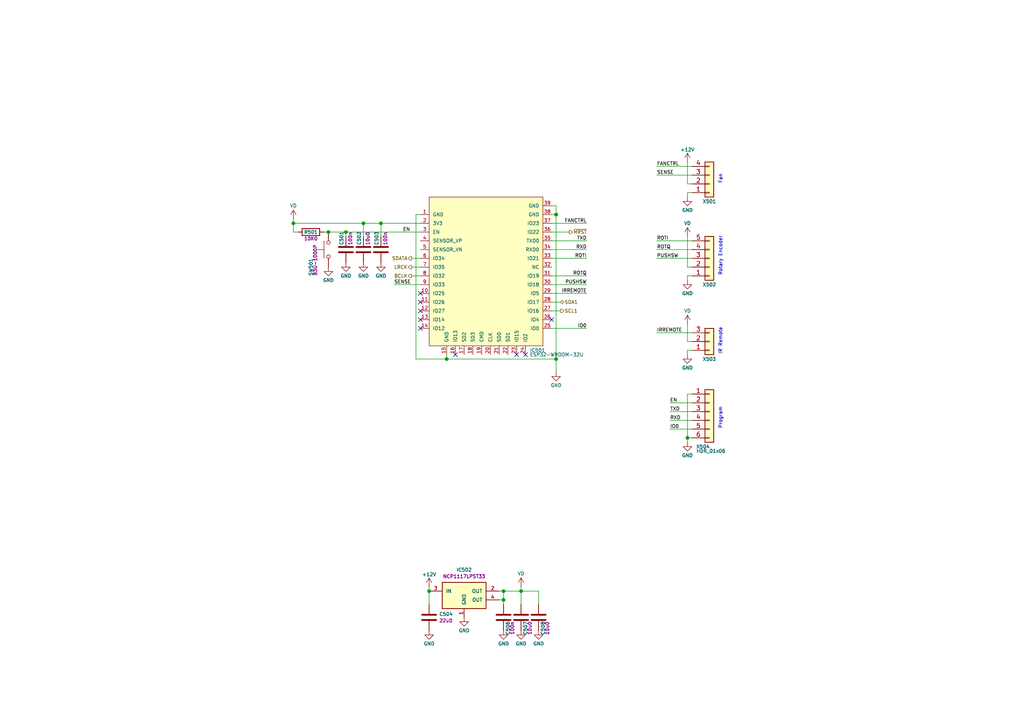
<source format=kicad_sch>
(kicad_sch (version 20211123) (generator eeschema)
  (paper "A4")
  (title_block (title "freeDSP Aurora") (date "24.7.2018") (rev "1.0.0") (company "auverdion"))
  (lib_symbols
    (symbol "Connector_Generic:Conn_01x06" (pin_names (offset 1.016) hide)
      (property "Reference" "J" (at 0 7.62 0))
      (property "Value" "Conn_01x06" (at 0 -10.16 0))
      (symbol "Conn_01x06_1_1"
        (rectangle (start -1.27 -7.493) (end 0 -7.747) (stroke (width 0.1524)))
        (rectangle (start -1.27 -4.953) (end 0 -5.207) (stroke (width 0.1524)))
        (rectangle (start -1.27 -2.413) (end 0 -2.667) (stroke (width 0.1524)))
        (rectangle (start -1.27 0.127) (end 0 -0.127) (stroke (width 0.1524)))
        (rectangle (start -1.27 2.667) (end 0 2.413) (stroke (width 0.1524)))
        (rectangle (start -1.27 5.207) (end 0 4.953) (stroke (width 0.1524)))
        (rectangle (start -1.27 6.35) (end 1.27 -8.89) (stroke (width 0.254)) (fill (type background)))
        (pin passive line (at -5.08 5.08 0) (length 3.81) (name "Pin_1") (number "1"))
        (pin passive line (at -5.08 2.54 0) (length 3.81) (name "Pin_2") (number "2"))
        (pin passive line (at -5.08 0 0) (length 3.81) (name "Pin_3") (number "3"))
        (pin passive line (at -5.08 -2.54 0) (length 3.81) (name "Pin_4") (number "4"))
        (pin passive line (at -5.08 -5.08 0) (length 3.81) (name "Pin_5") (number "5"))
        (pin passive line (at -5.08 -7.62 0) (length 3.81) (name "Pin_6") (number "6"))
      )
    )
    (symbol "Switch:SW_Push" (pin_numbers hide) (pin_names (offset 1.016) hide)
      (property "Reference" "SW" (at 1.27 2.54 0))
      (property "Value" "SW_Push" (at 0 -1.524 0))
      (symbol "SW_Push_0_1"
        (circle (center -2.032 0) (radius 0.508))
        (polyline (pts (xy 0 1.27) (xy 0 3.048)))
        (polyline (pts (xy 2.54 1.27) (xy -2.54 1.27)))
        (circle (center 2.032 0) (radius 0.508))
        (pin passive line (at -5.08 0 0) (length 2.54) (name "1") (number "1"))
        (pin passive line (at 5.08 0 180) (length 2.54) (name "2") (number "2"))
      )
    )
    (symbol "freeDSP-aurora-rescue:+12V" (power) (pin_names (offset 0))
      (property "Value" "+12V" (at 0 3.556 0))
      (symbol "+12V_0_1"
        (polyline (pts (xy -0.762 1.27) (xy 0 2.54)))
        (polyline (pts (xy 0 0) (xy 0 2.54)))
        (polyline (pts (xy 0 2.54) (xy 0.762 1.27)))
      )
      (symbol "+12V_1_1"
        (pin power_in line (at 0 0 90) (length 0) hide (name "+12V") (number "1"))
      )
    )
    (symbol "freeDSP-aurora-rescue:CAP_100n_50V_X7R_0805" (pin_numbers hide) (pin_names (offset 0.254))
      (property "Reference" "C" (at 1.27 1.27 0))
      (property "Value1" "100n" (at 1.27 -1.27 0))
      (symbol "CAP_100n_50V_X7R_0805_0_1"
        (polyline (pts (xy -0.762 -2.032) (xy -0.762 2.032)) (stroke (width 0.508)))
        (polyline (pts (xy 0.762 -2.032) (xy 0.762 2.032)) (stroke (width 0.508)))
      )
      (symbol "CAP_100n_50V_X7R_0805_1_1"
        (pin passive line (at -3.81 0 0) (length 2.794) (name "~") (number "1"))
        (pin passive line (at 3.81 0 180) (length 2.794) (name "~") (number "2"))
      )
    )
    (symbol "freeDSP-aurora-rescue:CAP_100n_50V_X7R_0805-rk" (pin_numbers hide) (pin_names (offset 0.254))
      (property "Reference" "C" (at 1.27 1.27 0))
      (property "Value1" "100n" (at 1.27 -1.27 0))
      (symbol "CAP_100n_50V_X7R_0805-rk_0_1"
        (polyline (pts (xy -0.762 -2.032) (xy -0.762 2.032)) (stroke (width 0.508)))
        (polyline (pts (xy 0.762 -2.032) (xy 0.762 2.032)) (stroke (width 0.508)))
      )
      (symbol "CAP_100n_50V_X7R_0805-rk_1_1"
        (pin passive line (at -3.81 0 0) (length 2.794) (name "~") (number "1"))
        (pin passive line (at 3.81 0 180) (length 2.794) (name "~") (number "2"))
      )
    )
    (symbol "freeDSP-aurora-rescue:CAP_10u0_25V_X5R_0805" (pin_numbers hide) (pin_names (offset 0.254))
      (property "Reference" "C" (at 1.27 1.27 0))
      (property "Value1" "10u0" (at 1.27 -1.27 0))
      (symbol "CAP_10u0_25V_X5R_0805_0_1"
        (polyline (pts (xy -0.762 -2.032) (xy -0.762 2.032)) (stroke (width 0.508)))
        (polyline (pts (xy 0.762 -2.032) (xy 0.762 2.032)) (stroke (width 0.508)))
      )
      (symbol "CAP_10u0_25V_X5R_0805_1_1"
        (pin passive line (at -3.81 0 0) (length 2.794) (name "~") (number "1"))
        (pin passive line (at 3.81 0 180) (length 2.794) (name "~") (number "2"))
      )
    )
    (symbol "freeDSP-aurora-rescue:CAP_10u0_25V_X5R_0805-rk" (pin_numbers hide) (pin_names (offset 0.254))
      (property "Reference" "C" (at 1.27 1.27 0))
      (property "Value1" "10u0" (at 1.27 -1.27 0))
      (symbol "CAP_10u0_25V_X5R_0805-rk_0_1"
        (polyline (pts (xy -0.762 -2.032) (xy -0.762 2.032)) (stroke (width 0.508)))
        (polyline (pts (xy 0.762 -2.032) (xy 0.762 2.032)) (stroke (width 0.508)))
      )
      (symbol "CAP_10u0_25V_X5R_0805-rk_1_1"
        (pin passive line (at -3.81 0 0) (length 2.794) (name "~") (number "1"))
        (pin passive line (at 3.81 0 180) (length 2.794) (name "~") (number "2"))
      )
    )
    (symbol "freeDSP-aurora-rescue:CAP_22u0_10V_X5R_0805-rk" (pin_numbers hide) (pin_names (offset 0.254))
      (property "Reference" "C" (at 1.27 1.27 0))
      (property "Value1" "22u0" (at 1.27 -1.27 0))
      (symbol "CAP_22u0_10V_X5R_0805-rk_0_1"
        (polyline (pts (xy -0.762 -2.032) (xy -0.762 2.032)) (stroke (width 0.508)))
        (polyline (pts (xy 0.762 -2.032) (xy 0.762 2.032)) (stroke (width 0.508)))
      )
      (symbol "CAP_22u0_10V_X5R_0805-rk_1_1"
        (pin passive line (at -3.81 0 0) (length 2.794) (name "~") (number "1"))
        (pin passive line (at 3.81 0 180) (length 2.794) (name "~") (number "2"))
      )
    )
    (symbol "freeDSP-aurora-rescue:Conn_01x03" (pin_names (offset 1.016) hide)
      (property "Reference" "J" (at 0 5.08 0))
      (property "Value" "Conn_01x03" (at 0 -5.08 0))
      (symbol "Conn_01x03_1_1"
        (rectangle (start -1.27 -2.413) (end 0 -2.667) (stroke (width 0.1524)))
        (rectangle (start -1.27 0.127) (end 0 -0.127) (stroke (width 0.1524)))
        (rectangle (start -1.27 2.667) (end 0 2.413) (stroke (width 0.1524)))
        (rectangle (start -1.27 3.81) (end 1.27 -3.81) (stroke (width 0.254)) (fill (type background)))
        (pin passive line (at -5.08 2.54 0) (length 3.81) (name "Pin_1") (number "1"))
        (pin passive line (at -5.08 0 0) (length 3.81) (name "Pin_2") (number "2"))
        (pin passive line (at -5.08 -2.54 0) (length 3.81) (name "Pin_3") (number "3"))
      )
    )
    (symbol "freeDSP-aurora-rescue:Conn_01x04" (pin_names (offset 1.016) hide)
      (property "Reference" "J" (at 0 5.08 0))
      (property "Value" "Conn_01x04" (at 0 -7.62 0))
      (symbol "Conn_01x04_1_1"
        (rectangle (start -1.27 -4.953) (end 0 -5.207) (stroke (width 0.1524)))
        (rectangle (start -1.27 -2.413) (end 0 -2.667) (stroke (width 0.1524)))
        (rectangle (start -1.27 0.127) (end 0 -0.127) (stroke (width 0.1524)))
        (rectangle (start -1.27 2.667) (end 0 2.413) (stroke (width 0.1524)))
        (rectangle (start -1.27 3.81) (end 1.27 -6.35) (stroke (width 0.254)) (fill (type background)))
        (pin passive line (at -5.08 2.54 0) (length 3.81) (name "Pin_1") (number "1"))
        (pin passive line (at -5.08 0 0) (length 3.81) (name "Pin_2") (number "2"))
        (pin passive line (at -5.08 -2.54 0) (length 3.81) (name "Pin_3") (number "3"))
        (pin passive line (at -5.08 -5.08 0) (length 3.81) (name "Pin_4") (number "4"))
      )
    )
    (symbol "freeDSP-aurora-rescue:Conn_01x05" (pin_names (offset 1.016) hide)
      (property "Reference" "J" (at 0 7.62 0))
      (property "Value" "Conn_01x05" (at 0 -7.62 0))
      (symbol "Conn_01x05_1_1"
        (rectangle (start -1.27 -4.953) (end 0 -5.207) (stroke (width 0.1524)))
        (rectangle (start -1.27 -2.413) (end 0 -2.667) (stroke (width 0.1524)))
        (rectangle (start -1.27 0.127) (end 0 -0.127) (stroke (width 0.1524)))
        (rectangle (start -1.27 2.667) (end 0 2.413) (stroke (width 0.1524)))
        (rectangle (start -1.27 5.207) (end 0 4.953) (stroke (width 0.1524)))
        (rectangle (start -1.27 6.35) (end 1.27 -6.35) (stroke (width 0.254)) (fill (type background)))
        (pin passive line (at -5.08 5.08 0) (length 3.81) (name "Pin_1") (number "1"))
        (pin passive line (at -5.08 2.54 0) (length 3.81) (name "Pin_2") (number "2"))
        (pin passive line (at -5.08 0 0) (length 3.81) (name "Pin_3") (number "3"))
        (pin passive line (at -5.08 -2.54 0) (length 3.81) (name "Pin_4") (number "4"))
        (pin passive line (at -5.08 -5.08 0) (length 3.81) (name "Pin_5") (number "5"))
      )
    )
    (symbol "freeDSP-aurora-rescue:ESP32-WROOM-32U" (pin_names (offset 1.016))
      (property "Reference" "IC" (at 11.43 -24.13 0))
      (property "Value" "ESP32-WROOM-32U" (at 11.43 -25.4 0))
      (symbol "ESP32-WROOM-32U_0_1"
        (rectangle (start -17.78 -22.86) (end 15.24 20.32) (fill (type background)))
      )
      (symbol "ESP32-WROOM-32U_1_1"
        (pin input line (at -20.32 15.24 0) (length 2.54) (name "GND") (number "1"))
        (pin input line (at -20.32 -7.62 0) (length 2.54) (name "IO25") (number "10"))
        (pin input line (at -20.32 -10.16 0) (length 2.54) (name "IO26") (number "11"))
        (pin input line (at -20.32 -12.7 0) (length 2.54) (name "IO27") (number "12"))
        (pin input line (at -20.32 -15.24 0) (length 2.54) (name "IO14") (number "13"))
        (pin input line (at -20.32 -17.78 0) (length 2.54) (name "IO12") (number "14"))
        (pin input line (at -12.7 -25.4 90) (length 2.54) (name "GND") (number "15"))
        (pin input line (at -10.16 -25.4 90) (length 2.54) (name "IO13") (number "16"))
        (pin input line (at -7.62 -25.4 90) (length 2.54) (name "SD2") (number "17"))
        (pin input line (at -5.08 -25.4 90) (length 2.54) (name "SD3") (number "18"))
        (pin input line (at -2.54 -25.4 90) (length 2.54) (name "CMD") (number "19"))
        (pin input line (at -20.32 12.7 0) (length 2.54) (name "3V3") (number "2"))
        (pin input line (at 0 -25.4 90) (length 2.54) (name "CLK") (number "20"))
        (pin input line (at 2.54 -25.4 90) (length 2.54) (name "SD0") (number "21"))
        (pin input line (at 5.08 -25.4 90) (length 2.54) (name "SD1") (number "22"))
        (pin input line (at 7.62 -25.4 90) (length 2.54) (name "IO15") (number "23"))
        (pin input line (at 10.16 -25.4 90) (length 2.54) (name "IO2") (number "24"))
        (pin input line (at 17.78 -17.78 180) (length 2.54) (name "IO0") (number "25"))
        (pin input line (at 17.78 -15.24 180) (length 2.54) (name "IO4") (number "26"))
        (pin input line (at 17.78 -12.7 180) (length 2.54) (name "IO16") (number "27"))
        (pin input line (at 17.78 -10.16 180) (length 2.54) (name "IO17") (number "28"))
        (pin input line (at 17.78 -7.62 180) (length 2.54) (name "IO5") (number "29"))
        (pin input line (at -20.32 10.16 0) (length 2.54) (name "EN") (number "3"))
        (pin input line (at 17.78 -5.08 180) (length 2.54) (name "IO18") (number "30"))
        (pin input line (at 17.78 -2.54 180) (length 2.54) (name "IO19") (number "31"))
        (pin input line (at 17.78 0 180) (length 2.54) (name "NC") (number "32"))
        (pin input line (at 17.78 2.54 180) (length 2.54) (name "IO21") (number "33"))
        (pin input line (at 17.78 5.08 180) (length 2.54) (name "RXD0") (number "34"))
        (pin input line (at 17.78 7.62 180) (length 2.54) (name "TXD0") (number "35"))
        (pin input line (at 17.78 10.16 180) (length 2.54) (name "IO22") (number "36"))
        (pin input line (at 17.78 12.7 180) (length 2.54) (name "IO23") (number "37"))
        (pin input line (at 17.78 15.24 180) (length 2.54) (name "GND") (number "38"))
        (pin input line (at 17.78 17.78 180) (length 2.54) (name "GND") (number "39"))
        (pin input line (at -20.32 7.62 0) (length 2.54) (name "SENSOR_VP") (number "4"))
        (pin input line (at -20.32 5.08 0) (length 2.54) (name "SENSOR_VN") (number "5"))
        (pin input line (at -20.32 2.54 0) (length 2.54) (name "IO34") (number "6"))
        (pin input line (at -20.32 0 0) (length 2.54) (name "IO35") (number "7"))
        (pin input line (at -20.32 -2.54 0) (length 2.54) (name "IO32") (number "8"))
        (pin input line (at -20.32 -5.08 0) (length 2.54) (name "IO33") (number "9"))
      )
    )
    (symbol "freeDSP-aurora-rescue:GND" (power) (pin_names (offset 0))
      (property "Value" "GND" (at 0 -3.81 0))
      (symbol "GND_0_1"
        (polyline (pts (xy 0 0) (xy 0 -1.27) (xy 1.27 -1.27) (xy 0 -2.54) (xy -1.27 -1.27) (xy 0 -1.27)))
      )
      (symbol "GND_1_1"
        (pin power_in line (at 0 0 270) (length 0) hide (name "GND") (number "1"))
      )
    )
    (symbol "freeDSP-aurora-rescue:IC_NCP1117LPST33-rk" (pin_names (offset 1.016))
      (property "Reference" "IC" (at -5.08 6.35 0))
      (property "Value1" "NCP1117LPST33" (at -6.35 5.08 0))
      (symbol "IC_NCP1117LPST33-rk_0_1"
        (rectangle (start -6.35 3.81) (end 6.35 -3.81) (stroke (width 0.254)) (fill (type background)))
      )
      (symbol "IC_NCP1117LPST33-rk_1_1"
        (pin input line (at 0 -6.35 90) (length 2.54) (name "GND") (number "1"))
        (pin power_out line (at 10.16 1.27 180) (length 3.81) (name "OUT") (number "2"))
        (pin input line (at -10.16 1.27 0) (length 3.81) (name "IN") (number "3"))
        (pin passive line (at 10.16 -1.27 180) (length 3.81) (name "OUT") (number "4"))
      )
    )
    (symbol "freeDSP-aurora-rescue:RES_10K0_1%_0.125W_Thick_0805" (pin_numbers hide) (pin_names (offset 0))
      (property "Reference" "R" (at 0 0 0))
      (property "Value1" "10K0" (at 0 -1.905 0))
      (symbol "RES_10K0_1%_0.125W_Thick_0805_0_1"
        (rectangle (start 2.54 -1.016) (end -2.54 1.016) (stroke (width 0.254)))
      )
      (symbol "RES_10K0_1%_0.125W_Thick_0805_1_1"
        (pin passive line (at -3.81 0 0) (length 1.27) (name "~") (number "1"))
        (pin passive line (at 3.81 0 180) (length 1.27) (name "~") (number "2"))
      )
    )
    (symbol "power:VD" (power) (pin_names (offset 0))
      (property "Value" "VD" (at 0 3.81 0))
      (symbol "VD_0_1"
        (polyline (pts (xy -0.762 1.27) (xy 0 2.54)))
        (polyline (pts (xy 0 0) (xy 0 2.54)))
        (polyline (pts (xy 0 2.54) (xy 0.762 1.27)))
      )
      (symbol "VD_1_1"
        (pin power_in line (at 0 0 90) (length 0) hide (name "VD") (number "1"))
      )
    )
  )
  (junction (at 110.49 64.77))
  (junction (at 199.39 127))
  (junction (at 105.41 64.77))
  (junction (at 124.46 171.45))
  (junction (at 161.29 62.23))
  (junction (at 100.33 67.31))
  (junction (at 161.29 104.14))
  (junction (at 95.25 67.31))
  (junction (at 146.05 171.45))
  (junction (at 85.09 64.77))
  (junction (at 146.05 173.99))
  (junction (at 151.13 171.45))
  (junction (at 129.54 104.14))
  (no_connect (at 121.92 92.71))
  (no_connect (at 121.92 87.63))
  (no_connect (at 160.02 92.71))
  (no_connect (at 132.08 102.87))
  (no_connect (at 121.92 95.25))
  (no_connect (at 121.92 90.17))
  (no_connect (at 152.4 102.87))
  (no_connect (at 121.92 85.09))
  (no_connect (at 149.86 102.87))
  (wire (pts (xy 146.05 171.45) (xy 146.05 173.99)))
  (wire (pts (xy 160.02 82.55) (xy 170.18 82.55)))
  (wire (pts (xy 200.66 80.01) (xy 199.39 80.01)))
  (wire (pts (xy 160.02 64.77) (xy 170.18 64.77)))
  (wire (pts (xy 120.65 62.23) (xy 121.92 62.23)))
  (wire (pts (xy 200.66 119.38) (xy 194.31 119.38)))
  (wire (pts (xy 144.78 173.99) (xy 146.05 173.99)))
  (wire (pts (xy 124.46 171.45) (xy 124.46 175.26)))
  (wire (pts (xy 199.39 77.47) (xy 199.39 68.58)))
  (wire (pts (xy 100.33 67.31) (xy 121.92 67.31)))
  (wire (pts (xy 85.09 67.31) (xy 86.36 67.31)))
  (wire (pts (xy 151.13 171.45) (xy 156.21 171.45)))
  (wire (pts (xy 160.02 87.63) (xy 162.56 87.63)))
  (wire (pts (xy 119.38 74.93) (xy 121.92 74.93)))
  (wire (pts (xy 199.39 99.06) (xy 199.39 93.98)))
  (wire (pts (xy 160.02 72.39) (xy 170.18 72.39)))
  (wire (pts (xy 100.33 67.31) (xy 100.33 68.58)))
  (wire (pts (xy 120.65 104.14) (xy 120.65 62.23)))
  (wire (pts (xy 161.29 59.69) (xy 161.29 62.23)))
  (wire (pts (xy 151.13 171.45) (xy 151.13 175.26)))
  (wire (pts (xy 161.29 59.69) (xy 160.02 59.69)))
  (wire (pts (xy 200.66 121.92) (xy 194.31 121.92)))
  (wire (pts (xy 95.25 67.31) (xy 100.33 67.31)))
  (wire (pts (xy 119.38 77.47) (xy 121.92 77.47)))
  (wire (pts (xy 95.25 67.31) (xy 93.98 67.31)))
  (wire (pts (xy 105.41 64.77) (xy 110.49 64.77)))
  (wire (pts (xy 85.09 64.77) (xy 85.09 67.31)))
  (wire (pts (xy 200.66 101.6) (xy 199.39 101.6)))
  (wire (pts (xy 200.66 96.52) (xy 190.5 96.52)))
  (wire (pts (xy 200.66 124.46) (xy 194.31 124.46)))
  (wire (pts (xy 129.54 102.87) (xy 129.54 104.14)))
  (wire (pts (xy 146.05 173.99) (xy 146.05 175.26)))
  (wire (pts (xy 156.21 171.45) (xy 156.21 175.26)))
  (wire (pts (xy 161.29 104.14) (xy 129.54 104.14)))
  (wire (pts (xy 146.05 171.45) (xy 151.13 171.45)))
  (wire (pts (xy 199.39 114.3) (xy 199.39 127)))
  (wire (pts (xy 200.66 99.06) (xy 199.39 99.06)))
  (wire (pts (xy 200.66 116.84) (xy 194.31 116.84)))
  (wire (pts (xy 160.02 69.85) (xy 170.18 69.85)))
  (wire (pts (xy 199.39 80.01) (xy 199.39 81.28)))
  (wire (pts (xy 160.02 90.17) (xy 162.56 90.17)))
  (wire (pts (xy 200.66 74.93) (xy 190.5 74.93)))
  (wire (pts (xy 199.39 101.6) (xy 199.39 102.87)))
  (wire (pts (xy 105.41 64.77) (xy 105.41 68.58)))
  (wire (pts (xy 200.66 48.26) (xy 190.5 48.26)))
  (wire (pts (xy 200.66 72.39) (xy 190.5 72.39)))
  (wire (pts (xy 161.29 104.14) (xy 161.29 107.95)))
  (wire (pts (xy 121.92 82.55) (xy 114.3 82.55)))
  (wire (pts (xy 199.39 127) (xy 199.39 128.27)))
  (wire (pts (xy 161.29 62.23) (xy 161.29 104.14)))
  (wire (pts (xy 110.49 64.77) (xy 121.92 64.77)))
  (wire (pts (xy 161.29 62.23) (xy 160.02 62.23)))
  (wire (pts (xy 110.49 64.77) (xy 110.49 68.58)))
  (wire (pts (xy 119.38 80.01) (xy 121.92 80.01)))
  (wire (pts (xy 200.66 69.85) (xy 190.5 69.85)))
  (wire (pts (xy 200.66 50.8) (xy 190.5 50.8)))
  (wire (pts (xy 200.66 77.47) (xy 199.39 77.47)))
  (wire (pts (xy 200.66 114.3) (xy 199.39 114.3)))
  (wire (pts (xy 85.09 64.77) (xy 105.41 64.77)))
  (wire (pts (xy 85.09 63.5) (xy 85.09 64.77)))
  (wire (pts (xy 129.54 104.14) (xy 120.65 104.14)))
  (wire (pts (xy 199.39 55.88) (xy 199.39 57.15)))
  (wire (pts (xy 200.66 55.88) (xy 199.39 55.88)))
  (wire (pts (xy 160.02 85.09) (xy 170.18 85.09)))
  (wire (pts (xy 151.13 170.18) (xy 151.13 171.45)))
  (wire (pts (xy 160.02 67.31) (xy 165.1 67.31)))
  (wire (pts (xy 144.78 171.45) (xy 146.05 171.45)))
  (wire (pts (xy 199.39 53.34) (xy 199.39 46.99)))
  (wire (pts (xy 124.46 170.18) (xy 124.46 171.45)))
  (wire (pts (xy 160.02 80.01) (xy 170.18 80.01)))
  (wire (pts (xy 200.66 127) (xy 199.39 127)))
  (wire (pts (xy 160.02 95.25) (xy 170.18 95.25)))
  (wire (pts (xy 160.02 74.93) (xy 170.18 74.93)))
  (wire (pts (xy 200.66 53.34) (xy 199.39 53.34)))
  (text "Fan" (at 209.55 53.34 90) (effects (font (size 0.9906 0.9906)) (justify left bottom)))
  (text "Rotary Encoder" (at 209.55 80.01 90) (effects (font (size 0.9906 0.9906)) (justify left bottom)))
  (text "Program" (at 209.55 124.46 90) (effects (font (size 0.9906 0.9906)) (justify left bottom)))
  (text "IR Remote" (at 209.55 102.87 90) (effects (font (size 0.9906 0.9906)) (justify left bottom)))
  (label "EN" (at 116.84 67.31 0) (effects (font (size 0.9906 0.9906))))
  (label "EN" (at 194.31 116.84 0) (effects (font (size 0.9906 0.9906))))
  (label "TXD" (at 194.31 119.38 0) (effects (font (size 0.9906 0.9906))))
  (label "FANCTRL" (at 170.18 64.77 180) (effects (font (size 0.9906 0.9906))))
  (label "FANCTRL" (at 190.5 48.26 0) (effects (font (size 0.9906 0.9906))))
  (label "PUSHSW" (at 190.5 74.93 0) (effects (font (size 0.9906 0.9906))))
  (label "ROTI" (at 190.5 69.85 0) (effects (font (size 0.9906 0.9906))))
  (label "SENSE" (at 190.5 50.8 0) (effects (font (size 0.9906 0.9906))))
  (label "IO0" (at 170.18 95.25 180) (effects (font (size 0.9906 0.9906))))
  (label "RXD" (at 170.18 72.39 180) (effects (font (size 0.9906 0.9906))))
  (label "IRREMOTE" (at 190.5 96.52 0) (effects (font (size 0.9906 0.9906))))
  (label "TXD" (at 170.18 69.85 180) (effects (font (size 0.9906 0.9906))))
  (label "PUSHSW" (at 170.18 82.55 180) (effects (font (size 0.9906 0.9906))))
  (label "ROTI" (at 170.18 74.93 180) (effects (font (size 0.9906 0.9906))))
  (label "IO0" (at 194.31 124.46 0) (effects (font (size 0.9906 0.9906))))
  (label "ROTQ" (at 190.5 72.39 0) (effects (font (size 0.9906 0.9906))))
  (label "RXD" (at 194.31 121.92 0) (effects (font (size 0.9906 0.9906))))
  (label "IRREMOTE" (at 170.18 85.09 180) (effects (font (size 0.9906 0.9906))))
  (label "ROTQ" (at 170.18 80.01 180) (effects (font (size 0.9906 0.9906))))
  (label "SENSE" (at 114.3 82.55 0) (effects (font (size 0.9906 0.9906))))
  (hierarchical_label "LRCK" (shape output) (at 119.38 77.47 180) (effects (font (size 0.9906 0.9906))))
  (hierarchical_label "SDATA" (shape output) (at 119.38 74.93 180) (effects (font (size 0.9906 0.9906))))
  (hierarchical_label "SCL1" (shape output) (at 162.56 90.17 0) (effects (font (size 0.9906 0.9906))))
  (hierarchical_label "BCLK" (shape output) (at 119.38 80.01 180) (effects (font (size 0.9906 0.9906))))
  (hierarchical_label "~{MRST}" (shape output) (at 165.1 67.31 0) (effects (font (size 0.9906 0.9906))))
  (hierarchical_label "SDA1" (shape bidirectional) (at 162.56 87.63 0) (effects (font (size 0.9906 0.9906))))
  (symbol (lib_id "freeDSP-aurora-rescue:Conn_01x04") (at 205.74 53.34 0) (mirror x) (unit 1)
    (property "Reference" "X501" (at 205.74 58.42 0) (effects (font (size 0.9906 0.9906))))
    (property "Value" "Conn_01x04" (effects hide))
    (property "Footprint" "Connector_PinSocket_2.54mm:PinSocket_1x04_P2.54mm_Vertical" (effects hide))
    (property "Value1" "KK254-01x04" (effects hide))
    (property "Value2" "-" (effects hide))
    (property "digikey" "WM4202-ND" (effects hide))
    (property "Manufacturer" "Molex, LLC" (effects hide))
    (property "pn" "0022232041" (effects hide))
  )
  (symbol (lib_id "freeDSP-aurora-rescue:GND") (at 199.39 57.15 0) (unit 1)
    (property "Reference" "#PWR0294" (effects hide))
    (property "Value" "GND" (at 199.39 60.96 0) (effects (font (size 0.9906 0.9906))))
  )
  (symbol (lib_id "freeDSP-aurora-rescue:+12V") (at 199.39 46.99 0) (unit 1)
    (property "Reference" "#PWR0295" (effects hide))
    (property "Value" "+12V" (at 199.39 43.434 0) (effects (font (size 0.9906 0.9906))))
  )
  (symbol (lib_id "freeDSP-aurora-rescue:Conn_01x05") (at 205.74 74.93 0) (mirror x) (unit 1)
    (property "Reference" "X502" (at 205.74 82.55 0) (effects (font (size 0.9906 0.9906))))
    (property "Value" "Conn_01x05" (effects hide))
    (property "Footprint" "Connector_PinSocket_2.54mm:PinSocket_1x05_P2.54mm_Vertical" (effects hide))
    (property "Value1" "PB-01x05" (effects hide))
    (property "Value2" "-" (effects hide))
    (property "digikey" "WM1734-ND" (effects hide))
    (property "Manufacturer" "Molex, LLC" (effects hide))
    (property "pn" "0530470510" (effects hide))
  )
  (symbol (lib_id "freeDSP-aurora-rescue:GND") (at 199.39 81.28 0) (unit 1)
    (property "Reference" "#PWR0296" (effects hide))
    (property "Value" "GND" (at 199.39 85.09 0) (effects (font (size 0.9906 0.9906))))
  )
  (symbol (lib_id "freeDSP-aurora-rescue:GND") (at 199.39 102.87 0) (unit 1)
    (property "Reference" "#PWR0297" (effects hide))
    (property "Value" "GND" (at 199.39 106.68 0) (effects (font (size 0.9906 0.9906))))
  )
  (symbol (lib_id "freeDSP-aurora-rescue:ESP32-WROOM-32U") (at 142.24 77.47 0) (unit 1)
    (property "Reference" "IC501" (at 153.67 101.6 0) (effects (font (size 0.9906 0.9906)) (justify left)))
    (property "Value" "ESP32-WROOM-32U" (at 153.67 102.87 0) (effects (font (size 0.9906 0.9906)) (justify left)))
    (property "Footprint" "RF_Module:ESP32-WROOM-32U" (effects hide))
    (property "Value1" "ESP32-WROOM-32U" (effects hide))
    (property "Value2" "Module" (effects hide))
    (property "digikey" "1904-1026-1-ND" (effects hide))
    (property "Manufacturer" "Espressif Systems" (effects hide))
    (property "pn" "ESP32-WROOM-32U" (effects hide))
  )
  (symbol (lib_id "freeDSP-aurora-rescue:GND") (at 161.29 107.95 0) (unit 1)
    (property "Reference" "#PWR0289" (effects hide))
    (property "Value" "GND" (at 161.29 111.76 0) (effects (font (size 0.9906 0.9906))))
  )
  (symbol (lib_id "freeDSP-aurora-rescue:RES_10K0_1%_0.125W_Thick_0805") (at 90.17 67.31 0) (unit 1)
    (property "Reference" "R501" (at 90.17 67.31 0) (effects (font (size 0.9906 0.9906))))
    (property "Value" "RES_10K0_1%_0.125W_Thick_0805" (effects hide))
    (property "Footprint" "Resistor_SMD:R_0805_2012Metric_Pad1.20x1.40mm_HandSolder" (effects hide))
    (property "Value1" "10K0" (at 90.17 69.215 0) (effects (font (size 0.9906 0.9906))))
    (property "Value2" "1% 0.125W Thick" (effects hide))
    (property "digikey" "311-10.0KCRCT-ND" (effects hide))
    (property "Manufacturer" "Yageo" (effects hide))
    (property "pn" "RC0805FR-0710KL" (effects hide))
  )
  (symbol (lib_id "freeDSP-aurora-rescue:CAP_100n_50V_X7R_0805") (at 100.33 72.39 90) (unit 1)
    (property "Reference" "C501" (at 99.06 71.12 0) (effects (font (size 0.9906 0.9906)) (justify left)))
    (property "Value" "CAP_100n_50V_X7R_0805" (effects hide))
    (property "Footprint" "Capacitor_SMD:C_0805_2012Metric_Pad1.18x1.45mm_HandSolder" (effects hide))
    (property "Value1" "100n" (at 101.6 71.12 0) (effects (font (size 0.9906 0.9906)) (justify left)))
    (property "Value2" "5% 50V X7R" (effects hide))
    (property "digikey" "399-1170-1-ND" (effects hide))
    (property "Manufacturer" "KEMET" (effects hide))
    (property "pn" "C0805C104K5RACTU" (effects hide))
  )
  (symbol (lib_id "freeDSP-aurora-rescue:CAP_100n_50V_X7R_0805") (at 110.49 72.39 90) (unit 1)
    (property "Reference" "C503" (at 109.22 71.12 0) (effects (font (size 0.9906 0.9906)) (justify left)))
    (property "Value" "CAP_100n_50V_X7R_0805" (effects hide))
    (property "Footprint" "Capacitor_SMD:C_0805_2012Metric_Pad1.18x1.45mm_HandSolder" (effects hide))
    (property "Value1" "100n" (at 111.76 71.12 0) (effects (font (size 0.9906 0.9906)) (justify left)))
    (property "Value2" "5% 50V X7R" (effects hide))
    (property "digikey" "399-1170-1-ND" (effects hide))
    (property "Manufacturer" "KEMET" (effects hide))
    (property "pn" "C0805C104K5RACTU" (effects hide))
  )
  (symbol (lib_id "freeDSP-aurora-rescue:CAP_10u0_25V_X5R_0805") (at 105.41 72.39 90) (unit 1)
    (property "Reference" "C502" (at 104.14 71.12 0) (effects (font (size 0.9906 0.9906)) (justify left)))
    (property "Value" "CAP_10u0_25V_X5R_0805" (effects hide))
    (property "Footprint" "Capacitor_SMD:C_0805_2012Metric_Pad1.18x1.45mm_HandSolder" (effects hide))
    (property "Value1" "10u0" (at 106.68 71.12 0) (effects (font (size 0.9906 0.9906)) (justify left)))
    (property "Value2" "20% 25V X5R" (effects hide))
    (property "digikey" "490-10748-1-ND" (effects hide))
    (property "Manufacturer" "Murata Electronics North America" (effects hide))
    (property "pn" "GRM21BR61E106MA73L" (effects hide))
  )
  (symbol (lib_id "freeDSP-aurora-rescue:GND") (at 100.33 76.2 0) (unit 1)
    (property "Reference" "#PWR0291" (effects hide))
    (property "Value" "GND" (at 100.33 80.01 0) (effects (font (size 0.9906 0.9906))))
  )
  (symbol (lib_id "freeDSP-aurora-rescue:GND") (at 105.41 76.2 0) (unit 1)
    (property "Reference" "#PWR0292" (effects hide))
    (property "Value" "GND" (at 105.41 80.01 0) (effects (font (size 0.9906 0.9906))))
  )
  (symbol (lib_id "freeDSP-aurora-rescue:GND") (at 110.49 76.2 0) (unit 1)
    (property "Reference" "#PWR0293" (effects hide))
    (property "Value" "GND" (at 110.49 80.01 0) (effects (font (size 0.9906 0.9906))))
  )
  (symbol (lib_id "freeDSP-aurora-rescue:Conn_01x03") (at 205.74 99.06 0) (mirror x) (unit 1)
    (property "Reference" "X503" (at 205.74 104.14 0) (effects (font (size 0.9906 0.9906))))
    (property "Value" "Conn_01x03" (effects hide))
    (property "Footprint" "Connector_PinSocket_2.54mm:PinSocket_1x03_P2.54mm_Vertical" (effects hide))
    (property "Value1" "PB-01x03" (effects hide))
    (property "Value2" "-" (effects hide))
    (property "digikey" "WM1732-ND" (effects hide))
    (property "Manufacturer" "Molex, LLC" (effects hide))
    (property "pn" "0530470310" (effects hide))
  )
  (symbol (lib_id "Connector_Generic:Conn_01x06") (at 205.74 119.38 0) (unit 1)
    (property "Reference" "X504" (at 201.93 129.54 0) (effects (font (size 0.9906 0.9906)) (justify left)))
    (property "Value" "HDR_01x06" (at 201.93 130.81 0) (effects (font (size 0.9906 0.9906)) (justify left)))
    (property "Footprint" "Connector_PinHeader_2.54mm:PinHeader_1x06_P2.54mm_Vertical" (effects hide))
    (property "Value1" "HDR-01x06" (effects hide))
    (property "Value2" "-" (effects hide))
    (property "digikey" "S1011EC-06-ND" (effects hide))
    (property "Manufacturer" "Sullins Connector Solutions" (effects hide))
    (property "pn" "PRPC006SAAN-RC" (effects hide))
  )
  (symbol (lib_id "freeDSP-aurora-rescue:GND") (at 199.39 128.27 0) (unit 1)
    (property "Reference" "#PWR0301" (effects hide))
    (property "Value" "GND" (at 199.39 132.08 0) (effects (font (size 0.9906 0.9906))))
  )
  (symbol (lib_id "freeDSP-aurora-rescue:GND") (at 95.25 77.47 0) (unit 1)
    (property "Reference" "#PWR0501" (effects hide))
    (property "Value" "GND" (at 95.25 81.28 0) (effects (font (size 0.9906 0.9906))))
  )
  (symbol (lib_id "freeDSP-aurora-rescue:GND") (at 151.13 182.88 0) (unit 1)
    (property "Reference" "#PWR0511" (effects hide))
    (property "Value" "GND" (at 151.13 186.69 0) (effects (font (size 0.9906 0.9906))))
  )
  (symbol (lib_id "freeDSP-aurora-rescue:GND") (at 146.05 182.88 0) (unit 1)
    (property "Reference" "#PWR0510" (effects hide))
    (property "Value" "GND" (at 146.05 186.69 0) (effects (font (size 0.9906 0.9906))))
  )
  (symbol (lib_id "freeDSP-aurora-rescue:GND") (at 134.62 179.07 0) (unit 1)
    (property "Reference" "#PWR0507" (effects hide))
    (property "Value" "GND" (at 134.62 182.88 0) (effects (font (size 0.9906 0.9906))))
  )
  (symbol (lib_id "freeDSP-aurora-rescue:+12V") (at 124.46 170.18 0) (unit 1)
    (property "Reference" "#PWR0505" (effects hide))
    (property "Value" "+12V" (at 124.46 166.624 0) (effects (font (size 0.9906 0.9906))))
  )
  (symbol (lib_id "freeDSP-aurora-rescue:GND") (at 124.46 182.88 0) (unit 1)
    (property "Reference" "#PWR0509" (effects hide))
    (property "Value" "GND" (at 124.46 186.69 0) (effects (font (size 0.9906 0.9906))))
  )
  (symbol (lib_id "freeDSP-aurora-rescue:CAP_100n_50V_X7R_0805-rk") (at 146.05 179.07 270) (unit 1)
    (property "Reference" "C506" (at 147.32 184.15 0) (effects (font (size 0.9906 0.9906)) (justify right)))
    (property "Value" "CAP_100n_50V_X7R_0805" (effects hide))
    (property "Footprint" "Capacitor_SMD:C_0805_2012Metric_Pad1.18x1.45mm_HandSolder" (effects hide))
    (property "Value1" "100n" (at 148.59 184.15 0) (effects (font (size 0.9906 0.9906)) (justify right)))
    (property "Value2" "5% 50V X7R" (effects hide))
    (property "digikey" "399-1170-1-ND" (effects hide))
    (property "Manufacturer" "KEMET" (effects hide))
    (property "pn" "C0805C104K5RACTU" (effects hide))
  )
  (symbol (lib_id "freeDSP-aurora-rescue:CAP_10u0_25V_X5R_0805-rk") (at 151.13 179.07 270) (unit 1)
    (property "Reference" "C507" (at 152.4 184.15 0) (effects (font (size 0.9906 0.9906)) (justify right)))
    (property "Value" "CAP_10u0_25V_X5R_0805" (effects hide))
    (property "Footprint" "Capacitor_SMD:C_0805_2012Metric_Pad1.18x1.45mm_HandSolder" (effects hide))
    (property "Value1" "10u0" (at 153.67 184.15 0) (effects (font (size 0.9906 0.9906)) (justify right)))
    (property "Value2" "20% 25V X5R" (effects hide))
    (property "digikey" "490-10748-1-ND" (effects hide))
    (property "Manufacturer" "Murata Electronics North America" (effects hide))
    (property "pn" "GRM21BR61E106MA73L" (effects hide))
  )
  (symbol (lib_id "freeDSP-aurora-rescue:IC_NCP1117LPST33-rk") (at 134.62 172.72 0) (unit 1)
    (property "Reference" "IC502" (at 134.62 165.2778 0) (effects (font (size 0.9906 0.9906))))
    (property "Value" "IC_NCP1117LPST33" (effects hide))
    (property "Footprint" "Package_TO_SOT_SMD:SOT-223" (effects hide))
    (property "Value1" "NCP1117LPST33" (at 134.62 167.1828 0) (effects (font (size 0.9906 0.9906))))
    (property "digikey" "NCP1117LPST33T3GOSCT-ND" (effects hide))
    (property "Value2" "LDO" (effects hide))
    (property "Manufacturer" "ON Semiconductor" (effects hide))
    (property "pn" "NCP1117LPST33T3G" (effects hide))
  )
  (symbol (lib_id "freeDSP-aurora-rescue:GND") (at 156.21 182.88 0) (unit 1)
    (property "Reference" "#PWR0512" (effects hide))
    (property "Value" "GND" (at 156.21 186.69 0) (effects (font (size 0.9906 0.9906))))
  )
  (symbol (lib_id "freeDSP-aurora-rescue:CAP_10u0_25V_X5R_0805-rk") (at 156.21 179.07 270) (unit 1)
    (property "Reference" "C508" (at 157.48 184.15 0) (effects (font (size 0.9906 0.9906)) (justify right)))
    (property "Value" "CAP_10u0_25V_X5R_0805" (effects hide))
    (property "Footprint" "Capacitor_SMD:C_0805_2012Metric_Pad1.18x1.45mm_HandSolder" (effects hide))
    (property "Value1" "10u0" (at 158.75 184.15 0) (effects (font (size 0.9906 0.9906)) (justify right)))
    (property "Value2" "20% 25V X5R" (effects hide))
    (property "digikey" "490-10748-1-ND" (effects hide))
    (property "Manufacturer" "Murata Electronics North America" (effects hide))
    (property "pn" "GRM21BR61E106MA73L" (effects hide))
  )
  (symbol (lib_id "power:VD") (at 151.13 170.18 0) (unit 1)
    (property "Reference" "#PWR0148" (effects hide))
    (property "Value" "VD" (at 151.13 166.37 0) (effects (font (size 0.9906 0.9906))))
  )
  (symbol (lib_id "power:VD") (at 85.09 63.5 0) (unit 1)
    (property "Reference" "#PWR0149" (effects hide))
    (property "Value" "VD" (at 85.09 59.69 0) (effects (font (size 0.9906 0.9906))))
  )
  (symbol (lib_id "power:VD") (at 199.39 93.98 0) (unit 1)
    (property "Reference" "#PWR0150" (effects hide))
    (property "Value" "VD" (at 199.39 90.17 0) (effects (font (size 0.9906 0.9906))))
  )
  (symbol (lib_id "power:VD") (at 199.39 68.58 0) (unit 1)
    (property "Reference" "#PWR0290" (effects hide))
    (property "Value" "VD" (at 199.39 64.77 0) (effects (font (size 0.9906 0.9906))))
  )
  (symbol (lib_id "freeDSP-aurora-rescue:CAP_22u0_10V_X5R_0805-rk") (at 124.46 179.07 270) (unit 1)
    (property "Reference" "C504" (at 127.381 178.1048 90) (effects (font (size 0.9906 0.9906)) (justify left)))
    (property "Value" "CAP_22u0_10V_X5R_0805" (effects hide))
    (property "Footprint" "Capacitor_SMD:C_0805_2012Metric_Pad1.18x1.45mm_HandSolder" (effects hide))
    (property "Value1" "22u0" (at 127.381 180.0098 90) (effects (font (size 0.9906 0.9906)) (justify left)))
    (property "Value2" "20% 10V X5R" (effects hide))
    (property "digikey" "490-10511-1-ND" (effects hide))
    (property "Manufacturer" "Murata Electronics North America" (effects hide))
    (property "pn" "GRM21BR61A226ME51L" (effects hide))
  )
  (symbol (lib_id "Switch:SW_Push") (at 95.25 72.39 90) (unit 1)
    (property "Reference" "SW501" (at 90.17 80.01 0) (effects (font (size 0.9906 0.9906)) (justify left)))
    (property "Value" "SW_Push" (effects hide))
    (property "Footprint" "Button_Switch_SMD:SW_SPST_B3U-1000P" (effects hide))
    (property "Value1" "B3U-1000P" (at 91.44 80.01 0) (effects (font (size 0.9906 0.9906)) (justify left)))
    (property "Value2" "SWITCH TACTILE SPST-NO 0.05A 12V" (effects hide))
    (property "digikey" "SW1020CT-ND" (effects hide))
    (property "Manufacturer" "Omron Electronics Inc-EMC Div" (effects hide))
    (property "pn" "B3U-1000P" (effects hide))
  )
)
</source>
